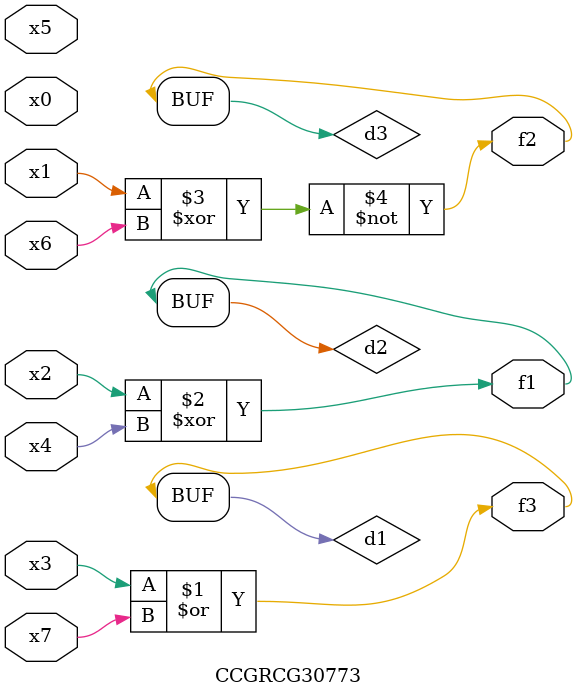
<source format=v>
module CCGRCG30773(
	input x0, x1, x2, x3, x4, x5, x6, x7,
	output f1, f2, f3
);

	wire d1, d2, d3;

	or (d1, x3, x7);
	xor (d2, x2, x4);
	xnor (d3, x1, x6);
	assign f1 = d2;
	assign f2 = d3;
	assign f3 = d1;
endmodule

</source>
